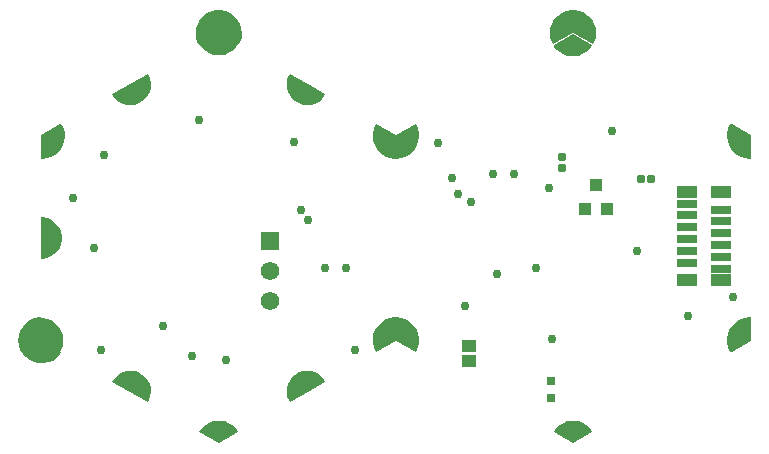
<source format=gts>
G04*
G04 #@! TF.GenerationSoftware,Altium Limited,Altium Designer,25.8.1 (18)*
G04*
G04 Layer_Color=8388736*
%FSLAX44Y44*%
%MOMM*%
G71*
G04*
G04 #@! TF.SameCoordinates,BCE08161-644A-4D5C-BD65-52524292B4E2*
G04*
G04*
G04 #@! TF.FilePolarity,Negative*
G04*
G01*
G75*
%ADD20R,0.8000X0.8000*%
%ADD25R,1.7032X0.8032*%
%ADD26R,1.7032X1.0032*%
%ADD27R,1.0032X1.0032*%
G04:AMPARAMS|DCode=28|XSize=0.7532mm|YSize=0.7032mm|CornerRadius=0.1641mm|HoleSize=0mm|Usage=FLASHONLY|Rotation=180.000|XOffset=0mm|YOffset=0mm|HoleType=Round|Shape=RoundedRectangle|*
%AMROUNDEDRECTD28*
21,1,0.7532,0.3750,0,0,180.0*
21,1,0.4250,0.7032,0,0,180.0*
1,1,0.3282,-0.2125,0.1875*
1,1,0.3282,0.2125,0.1875*
1,1,0.3282,0.2125,-0.1875*
1,1,0.3282,-0.2125,-0.1875*
%
%ADD28ROUNDEDRECTD28*%
%ADD29R,1.1532X1.0032*%
G04:AMPARAMS|DCode=30|XSize=1.2032mm|YSize=1.2032mm|CornerRadius=0.6016mm|HoleSize=0mm|Usage=FLASHONLY|Rotation=210.000|XOffset=0mm|YOffset=0mm|HoleType=Round|Shape=RoundedRectangle|*
%AMROUNDEDRECTD30*
21,1,1.2032,0.0000,0,0,210.0*
21,1,0.0000,1.2032,0,0,210.0*
1,1,1.2032,0.0000,0.0000*
1,1,1.2032,0.0000,0.0000*
1,1,1.2032,0.0000,0.0000*
1,1,1.2032,0.0000,0.0000*
%
%ADD30ROUNDEDRECTD30*%
G04:AMPARAMS|DCode=31|XSize=1.2032mm|YSize=1.2032mm|CornerRadius=0.6016mm|HoleSize=0mm|Usage=FLASHONLY|Rotation=90.000|XOffset=0mm|YOffset=0mm|HoleType=Round|Shape=RoundedRectangle|*
%AMROUNDEDRECTD31*
21,1,1.2032,0.0000,0,0,90.0*
21,1,0.0000,1.2032,0,0,90.0*
1,1,1.2032,0.0000,0.0000*
1,1,1.2032,0.0000,0.0000*
1,1,1.2032,0.0000,0.0000*
1,1,1.2032,0.0000,0.0000*
%
%ADD31ROUNDEDRECTD31*%
G04:AMPARAMS|DCode=32|XSize=1.2032mm|YSize=1.2032mm|CornerRadius=0.6016mm|HoleSize=0mm|Usage=FLASHONLY|Rotation=150.000|XOffset=0mm|YOffset=0mm|HoleType=Round|Shape=RoundedRectangle|*
%AMROUNDEDRECTD32*
21,1,1.2032,0.0000,0,0,150.0*
21,1,0.0000,1.2032,0,0,150.0*
1,1,1.2032,0.0000,0.0000*
1,1,1.2032,0.0000,0.0000*
1,1,1.2032,0.0000,0.0000*
1,1,1.2032,0.0000,0.0000*
%
%ADD32ROUNDEDRECTD32*%
G04:AMPARAMS|DCode=33|XSize=0.7532mm|YSize=0.7032mm|CornerRadius=0.1641mm|HoleSize=0mm|Usage=FLASHONLY|Rotation=90.000|XOffset=0mm|YOffset=0mm|HoleType=Round|Shape=RoundedRectangle|*
%AMROUNDEDRECTD33*
21,1,0.7532,0.3750,0,0,90.0*
21,1,0.4250,0.7032,0,0,90.0*
1,1,0.3282,0.1875,0.2125*
1,1,0.3282,0.1875,-0.2125*
1,1,0.3282,-0.1875,-0.2125*
1,1,0.3282,-0.1875,0.2125*
%
%ADD33ROUNDEDRECTD33*%
%ADD34C,1.5700*%
%ADD35R,1.5700X1.5700*%
%ADD36C,0.7620*%
G36*
X153602Y191945D02*
X157319Y190313D01*
X160621Y187953D01*
X163369Y184964D01*
X165443Y181474D01*
X166757Y177633D01*
X167254Y173604D01*
X166912Y169559D01*
X165747Y165671D01*
X164778Y163887D01*
Y163887D01*
X147599Y173778D01*
X130421Y163887D01*
X129452Y165671D01*
X128287Y169559D01*
X127945Y173604D01*
X128442Y177633D01*
X129755Y181474D01*
X131830Y184964D01*
X134577Y187953D01*
X137880Y190313D01*
X141597Y191945D01*
X145570Y192779D01*
X149629D01*
X153602Y191945D01*
D02*
G37*
G36*
X-146397D02*
X-142680Y190313D01*
X-139378Y187953D01*
X-136631Y184964D01*
X-134556Y181474D01*
X-133243Y177633D01*
X-132746Y173604D01*
X-133087Y169559D01*
X-134252Y165671D01*
X-135222Y163887D01*
Y163887D01*
X-152400Y173778D01*
X-136089Y164387D01*
X-136883Y162923D01*
X-138966Y160324D01*
X-141478Y158138D01*
X-144339Y156435D01*
X-147458Y155268D01*
X-150735Y154675D01*
X-154065D01*
X-157342Y155268D01*
X-160461Y156435D01*
X-163322Y158138D01*
X-165834Y160324D01*
X-167917Y162923D01*
X-168711Y164387D01*
X-169578Y163887D01*
X-170548Y165671D01*
X-171713Y169559D01*
X-172054Y173604D01*
X-171558Y177633D01*
X-170244Y181474D01*
X-168169Y184964D01*
X-165422Y187953D01*
X-162120Y190313D01*
X-158403Y191945D01*
X-154430Y192779D01*
X-150370D01*
X-146397Y191945D01*
D02*
G37*
G36*
X163670Y163521D02*
X162877Y162057D01*
X160794Y159459D01*
X158282Y157273D01*
X155421Y155569D01*
X152302Y154402D01*
X149025Y153809D01*
X145695D01*
X142418Y154402D01*
X139299Y155569D01*
X136438Y157273D01*
X133925Y159459D01*
X131843Y162057D01*
X131049Y163521D01*
X131049Y163521D01*
X147360Y172912D01*
X163670Y163521D01*
D02*
G37*
G36*
X-92289Y139060D02*
X-92277Y139080D01*
X-77174Y130346D01*
X-62065Y121637D01*
X-62076Y121617D01*
X-62023Y121586D01*
X-62856Y120043D01*
X-65104Y117351D01*
X-67840Y115159D01*
X-70958Y113554D01*
X-74333Y112600D01*
X-77829Y112336D01*
X-81309Y112771D01*
X-84633Y113888D01*
X-86165Y114774D01*
X-87704Y115661D01*
X-90333Y117981D01*
X-92450Y120777D01*
X-93969Y123937D01*
X-94830Y127337D01*
X-94999Y130839D01*
X-94469Y134305D01*
X-93261Y137598D01*
X-92343Y139091D01*
X-92289Y139060D01*
D02*
G37*
G36*
X-211602Y137587D02*
X-210390Y134297D01*
X-209856Y130831D01*
X-210020Y127328D01*
X-210877Y123928D01*
X-212392Y120765D01*
X-214505Y117967D01*
X-217131Y115644D01*
X-220167Y113888D01*
X-223491Y112771D01*
X-226971Y112336D01*
X-230467Y112600D01*
X-233842Y113554D01*
X-236960Y115159D01*
X-239697Y117351D01*
X-241944Y120043D01*
X-242778Y121586D01*
X-242778D01*
X-212523Y139080D01*
X-211602Y137587D01*
D02*
G37*
G36*
X-285740Y96820D02*
D01*
X-285740D01*
X-285740D01*
D02*
G37*
G36*
X-284825Y95325D02*
X-283556Y92057D01*
X-282889Y88616D01*
X-282844Y85111D01*
X-283423Y81654D01*
X-284608Y78355D01*
X-286361Y75319D01*
X-288626Y72643D01*
X-291330Y70413D01*
X-294388Y68700D01*
X-297702Y67557D01*
X-301166Y67023D01*
X-302918Y67067D01*
X-302917Y68069D01*
X-302920Y68069D01*
Y68069D01*
X-302897Y86890D01*
X-286609Y96320D01*
X-286608Y96318D01*
X-285740Y96820D01*
X-284825Y95325D01*
D02*
G37*
G36*
X281810Y96269D02*
X281842Y96320D01*
X281842D01*
X298130Y86890D01*
X298152Y68069D01*
X298099Y68068D01*
Y67106D01*
X296351Y67059D01*
X292893Y67589D01*
X289584Y68726D01*
X286530Y70432D01*
X283828Y72655D01*
X281565Y75323D01*
X279812Y78351D01*
X278626Y81642D01*
X278044Y85092D01*
X278084Y88590D01*
X278747Y92025D01*
X280009Y95288D01*
X280921Y96781D01*
Y96781D01*
X281810Y96269D01*
D02*
G37*
G36*
X-2400Y87176D02*
X14278Y96781D01*
X15189Y95288D01*
X16452Y92025D01*
X17114Y88590D01*
X17155Y85092D01*
X16573Y81642D01*
X15387Y78351D01*
X13634Y75323D01*
X11371Y72655D01*
X8669Y70432D01*
X5615Y68726D01*
X2306Y67589D01*
X-1152Y67059D01*
X-2400Y67093D01*
X-3649Y67059D01*
X-7107Y67589D01*
X-10416Y68726D01*
X-13470Y70432D01*
X-16171Y72655D01*
X-18435Y75323D01*
X-20187Y78351D01*
X-21374Y81642D01*
X-21956Y85092D01*
X-21915Y88590D01*
X-21253Y92025D01*
X-19990Y95288D01*
X-19079Y96781D01*
Y96781D01*
X-2400Y87176D01*
D02*
G37*
G36*
X-297687Y16945D02*
X-294415Y15672D01*
X-291462Y13774D01*
X-288944Y11327D01*
X-286963Y8429D01*
X-285596Y5196D01*
X-284899Y1755D01*
Y-1755D01*
X-285596Y-5196D01*
X-286963Y-8429D01*
X-288944Y-11327D01*
X-291462Y-13774D01*
X-294415Y-15672D01*
X-297687Y-16945D01*
X-297715Y-16950D01*
X-297726Y-16954D01*
X-301181Y-17554D01*
X-302934Y-17505D01*
X-302934D01*
X-302957Y17443D01*
X-302900Y17444D01*
Y17493D01*
X-301146Y17544D01*
X-297687Y16945D01*
D02*
G37*
G36*
X2306Y-67589D02*
X5615Y-68726D01*
X8669Y-70432D01*
X11371Y-72655D01*
X13634Y-75323D01*
X15387Y-78351D01*
X16573Y-81642D01*
X17155Y-85092D01*
X17114Y-88590D01*
X16452Y-92025D01*
X15189Y-95288D01*
X14278Y-96781D01*
X-2400Y-87176D01*
X-19079Y-96781D01*
X-19990Y-95288D01*
X-21253Y-92025D01*
X-21915Y-88590D01*
X-21956Y-85092D01*
X-21374Y-81642D01*
X-20187Y-78351D01*
X-18435Y-75323D01*
X-16171Y-72655D01*
X-13470Y-70432D01*
X-10416Y-68726D01*
X-7107Y-67589D01*
X-3649Y-67059D01*
X-2400Y-67093D01*
X-1152Y-67059D01*
X2306Y-67589D01*
D02*
G37*
G36*
X298099Y-67106D02*
Y-68068D01*
X298152Y-68069D01*
X298152Y-68069D01*
X298130Y-86890D01*
X281842Y-96320D01*
X281810Y-96269D01*
X280921Y-96781D01*
X280009Y-95288D01*
X278747Y-92025D01*
X278084Y-88590D01*
X278044Y-85092D01*
X278626Y-81642D01*
X279812Y-78351D01*
X281565Y-75323D01*
X283828Y-72655D01*
X286530Y-70432D01*
X289584Y-68726D01*
X292893Y-67589D01*
X296351Y-67059D01*
X298099Y-67106D01*
D02*
G37*
G36*
X14278Y-96781D02*
X14278D01*
D01*
X14278D01*
D02*
G37*
G36*
X-302917Y-68069D02*
X-301255Y-68025D01*
X-297964Y-68529D01*
X-294814Y-69612D01*
X-291908Y-71238D01*
X-289338Y-73355D01*
X-287186Y-75897D01*
X-285521Y-78781D01*
X-284396Y-81915D01*
X-283847Y-85200D01*
X-283892Y-88529D01*
X-284529Y-91798D01*
X-285738Y-94901D01*
X-286608Y-96318D01*
X-285740Y-96820D01*
X-286800Y-98551D01*
X-289585Y-101504D01*
X-292917Y-103823D01*
X-296655Y-105407D01*
X-300638Y-106190D01*
X-304697Y-106138D01*
X-308659Y-105253D01*
X-312354Y-103574D01*
X-315626Y-101171D01*
X-318335Y-98147D01*
X-320365Y-94632D01*
X-321629Y-90774D01*
X-322074Y-86740D01*
X-321681Y-82699D01*
X-320466Y-78826D01*
X-318482Y-75285D01*
X-315812Y-72226D01*
X-312571Y-69782D01*
X-308898Y-68055D01*
X-304947Y-67120D01*
X-302918Y-67067D01*
X-302918Y-67067D01*
X-302917Y-68069D01*
D02*
G37*
G36*
X-74333Y-112600D02*
X-70958Y-113554D01*
X-67840Y-115159D01*
X-65104Y-117351D01*
X-62856Y-120043D01*
X-62023Y-121586D01*
D01*
Y-121586D01*
X-77150Y-130333D01*
X-92277Y-139080D01*
X-93198Y-137587D01*
X-94410Y-134297D01*
X-94944Y-130831D01*
X-94780Y-127329D01*
X-93923Y-123928D01*
X-92408Y-120766D01*
X-90295Y-117967D01*
X-87669Y-115644D01*
X-84633Y-113888D01*
X-81309Y-112771D01*
X-77829Y-112336D01*
X-74333Y-112600D01*
D02*
G37*
G36*
X-223491Y-112771D02*
X-220167Y-113888D01*
X-218636Y-114774D01*
X-217097Y-115661D01*
X-214467Y-117981D01*
X-212350Y-120777D01*
X-210831Y-123937D01*
X-209970Y-127337D01*
X-209801Y-130839D01*
X-210331Y-134305D01*
X-211539Y-137598D01*
X-212457Y-139091D01*
D01*
X-212457Y-139091D01*
X-212457Y-139091D01*
X-212511Y-139060D01*
X-212523Y-139080D01*
D01*
X-212523Y-139080D01*
X-212523Y-139080D01*
X-227626Y-130346D01*
X-242735Y-121637D01*
X-242724Y-121617D01*
X-242778Y-121586D01*
X-241944Y-120043D01*
X-239697Y-117351D01*
X-236960Y-115159D01*
X-233842Y-113554D01*
X-230467Y-112600D01*
X-226971Y-112336D01*
X-223491Y-112771D01*
D02*
G37*
G36*
X152541Y-155268D02*
X155660Y-156435D01*
X158522Y-158139D01*
X161034Y-160324D01*
X163116Y-162923D01*
X163910Y-164387D01*
X147599Y-173778D01*
X131289Y-164387D01*
X132082Y-162923D01*
X134165Y-160324D01*
X136677Y-158139D01*
X139538Y-156435D01*
X142657Y-155268D01*
X145934Y-154675D01*
X149264D01*
X152541Y-155268D01*
D02*
G37*
G36*
X-147458D02*
X-144339Y-156435D01*
X-141478Y-158139D01*
X-138966Y-160324D01*
X-136883Y-162923D01*
X-136089Y-164387D01*
X-152400Y-173778D01*
X-168711Y-164387D01*
X-167917Y-162923D01*
X-165834Y-160324D01*
X-163322Y-158139D01*
X-160461Y-156435D01*
X-157342Y-155268D01*
X-154065Y-154675D01*
X-150735D01*
X-147458Y-155268D01*
D02*
G37*
D20*
X128906Y-120936D02*
D03*
Y-135936D02*
D03*
D25*
X272444Y14004D02*
D03*
X244444Y19004D02*
D03*
X272444Y24004D02*
D03*
X244444Y-996D02*
D03*
X272444Y-15996D02*
D03*
X244444Y-10996D02*
D03*
X272444Y-5996D02*
D03*
Y4004D02*
D03*
Y-25996D02*
D03*
X244444Y9004D02*
D03*
Y29004D02*
D03*
Y-20996D02*
D03*
D26*
Y-35996D02*
D03*
X272444D02*
D03*
X244444Y39004D02*
D03*
X272444D02*
D03*
D27*
X166954Y44699D02*
D03*
X157454Y24499D02*
D03*
X176454D02*
D03*
D28*
X137914Y68238D02*
D03*
Y59238D02*
D03*
D29*
X59454Y-91466D02*
D03*
Y-103966D02*
D03*
D30*
X-223901Y-123901D02*
D03*
X-80899Y123901D02*
D03*
X290700Y82601D02*
D03*
X-295468Y-82601D02*
D03*
D31*
X-223901Y123901D02*
D03*
X-80899Y-123901D02*
D03*
X-1679Y77521D02*
D03*
X147360Y164334D02*
D03*
X147599Y-165199D02*
D03*
X-152400Y165199D02*
D03*
X-1679Y-77521D02*
D03*
X-152400Y-165199D02*
D03*
D32*
X-295501Y0D02*
D03*
X290700Y-82601D02*
D03*
X-295468Y82601D02*
D03*
D33*
X213992Y50162D02*
D03*
X204992D02*
D03*
D34*
X-108837Y-53317D02*
D03*
Y-27917D02*
D03*
D35*
Y-2517D02*
D03*
D36*
X-82746Y23479D02*
D03*
X50483Y37195D02*
D03*
X44768Y50549D02*
D03*
X116175Y-25707D02*
D03*
X60947Y30328D02*
D03*
X83470Y-30128D02*
D03*
X55869Y-57231D02*
D03*
X-76962Y15180D02*
D03*
X-257660Y-8911D02*
D03*
X244830Y-65804D02*
D03*
X33370Y80040D02*
D03*
X201456Y-10682D02*
D03*
X-62522Y-25677D02*
D03*
X-44516D02*
D03*
X80241Y54502D02*
D03*
X97977Y54421D02*
D03*
X-249419Y70628D02*
D03*
X-88799Y81222D02*
D03*
X-169298Y99854D02*
D03*
X-199291Y-74291D02*
D03*
X-252252Y-94873D02*
D03*
X-174615Y-99975D02*
D03*
X126954Y42591D02*
D03*
X180530Y90450D02*
D03*
X283129Y-50436D02*
D03*
X-146602Y-103612D02*
D03*
X129850Y-85476D02*
D03*
X-276018Y33956D02*
D03*
X-36857Y-95063D02*
D03*
M02*

</source>
